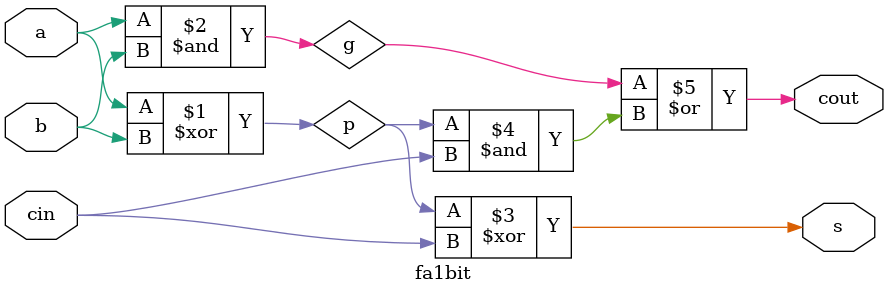
<source format=sv>
module fa1bit(input logic a, b, cin,
 output logic s, cout);
logic p, g; // Εσωτερικοί κόμβοι 1-bit
 assign p = a ^ b;
 assign g = a & b;

 assign s = p ^ cin;
 assign cout = g | (p & cin);
endmodule
</source>
